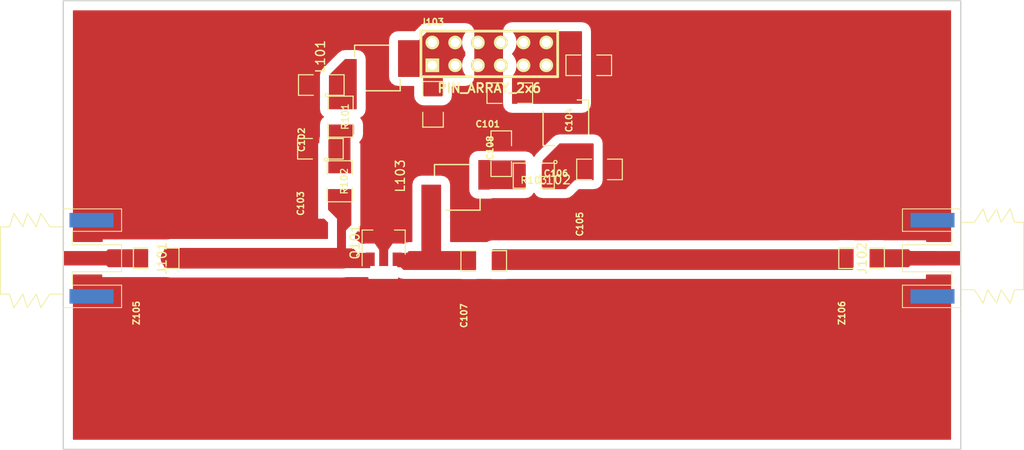
<source format=kicad_pcb>
(kicad_pcb (version 4) (host pcbnew 4.0.7)

  (general
    (links 48)
    (no_connects 39)
    (area 91.949999 69.924999 208.050001 120.075001)
    (thickness 1.6)
    (drawings 4)
    (tracks 1)
    (zones 0)
    (modules 20)
    (nets 13)
  )

  (page A4)
  (layers
    (0 F.Cu signal)
    (31 B.Cu signal)
    (32 B.Adhes user)
    (33 F.Adhes user hide)
    (34 B.Paste user)
    (35 F.Paste user)
    (36 B.SilkS user)
    (37 F.SilkS user)
    (38 B.Mask user)
    (39 F.Mask user hide)
    (40 Dwgs.User user)
    (41 Cmts.User user)
    (42 Eco1.User user)
    (43 Eco2.User user)
    (44 Edge.Cuts user)
    (45 Margin user)
    (46 B.CrtYd user)
    (47 F.CrtYd user)
    (48 B.Fab user)
    (49 F.Fab user)
  )

  (setup
    (last_trace_width 0.25)
    (trace_clearance 0.2)
    (zone_clearance 1)
    (zone_45_only no)
    (trace_min 0.2)
    (segment_width 0.2)
    (edge_width 0.15)
    (via_size 0.6)
    (via_drill 0.4)
    (via_min_size 0.4)
    (via_min_drill 0.3)
    (uvia_size 0.3)
    (uvia_drill 0.1)
    (uvias_allowed no)
    (uvia_min_size 0.2)
    (uvia_min_drill 0.1)
    (pcb_text_width 0.3)
    (pcb_text_size 1.5 1.5)
    (mod_edge_width 0.15)
    (mod_text_size 1 1)
    (mod_text_width 0.15)
    (pad_size 1.524 1.524)
    (pad_drill 0.762)
    (pad_to_mask_clearance 0.2)
    (aux_axis_origin 0 0)
    (visible_elements 7FFFFFFF)
    (pcbplotparams
      (layerselection 0x00000_00000001)
      (usegerberextensions false)
      (excludeedgelayer false)
      (linewidth 0.100000)
      (plotframeref false)
      (viasonmask false)
      (mode 1)
      (useauxorigin false)
      (hpglpennumber 1)
      (hpglpenspeed 20)
      (hpglpendiameter 15)
      (hpglpenoverlay 2)
      (psnegative false)
      (psa4output false)
      (plotreference false)
      (plotvalue false)
      (plotinvisibletext false)
      (padsonsilk false)
      (subtractmaskfromsilk false)
      (outputformat 1)
      (mirror false)
      (drillshape 0)
      (scaleselection 1)
      (outputdirectory gerber/))
  )

  (net 0 "")
  (net 1 GND)
  (net 2 VCC)
  (net 3 /RF_12)
  (net 4 /RF_11)
  (net 5 /RF_8)
  (net 6 /RF_7)
  (net 7 /RF_4)
  (net 8 /RF_3)
  (net 9 /RF_0)
  (net 10 /RF_1)
  (net 11 /RF_5)
  (net 12 Vadj)

  (net_class Default "This is the default net class."
    (clearance 0.2)
    (trace_width 0.25)
    (via_dia 0.6)
    (via_drill 0.4)
    (uvia_dia 0.3)
    (uvia_drill 0.1)
    (add_net GND)
    (add_net VCC)
    (add_net Vadj)
  )

  (net_class RF ""
    (clearance 1)
    (trace_width 2.3)
    (via_dia 0.6)
    (via_drill 0.4)
    (uvia_dia 0.3)
    (uvia_drill 0.1)
    (add_net /RF_0)
    (add_net /RF_1)
    (add_net /RF_11)
    (add_net /RF_12)
    (add_net /RF_3)
    (add_net /RF_4)
    (add_net /RF_5)
    (add_net /RF_7)
    (add_net /RF_8)
  )

  (module Connectors_RF:SMA_AMP_132255-12 locked (layer F.Cu) (tedit 58B49D01) (tstamp 5AE17492)
    (at 100 98.7 90)
    (path /5AE0B196)
    (fp_text reference J101 (at 0 11 90) (layer F.SilkS)
      (effects (font (size 1 1) (thickness 0.15)))
    )
    (fp_text value SMA_PCB (at 0 9 90) (layer F.Fab)
      (effects (font (size 1 1) (thickness 0.15)))
    )
    (fp_line (start 3.5 -1.5) (end 3.5 0) (layer F.SilkS) (width 0.1))
    (fp_line (start 5 -2.5) (end 3.5 -1.5) (layer F.SilkS) (width 0.1))
    (fp_line (start 3.5 -3) (end 5 -2.5) (layer F.SilkS) (width 0.1))
    (fp_line (start 5 -4) (end 3.5 -3) (layer F.SilkS) (width 0.1))
    (fp_line (start 3.5 -4.5) (end 5 -4) (layer F.SilkS) (width 0.1))
    (fp_line (start 5 -5.5) (end 3.5 -4.5) (layer F.SilkS) (width 0.1))
    (fp_line (start 3.5 -6) (end 5 -5.5) (layer F.SilkS) (width 0.1))
    (fp_line (start 3.5 -7) (end 3.5 -6) (layer F.SilkS) (width 0.1))
    (fp_line (start -4 -7) (end 3.5 -7) (layer F.SilkS) (width 0.1))
    (fp_line (start -4 -6) (end -4 -7) (layer F.SilkS) (width 0.1))
    (fp_line (start -5.5 -5.5) (end -4 -6) (layer F.SilkS) (width 0.1))
    (fp_line (start -4 -4.5) (end -5.5 -5.5) (layer F.SilkS) (width 0.1))
    (fp_line (start -5.5 -4) (end -4 -4.5) (layer F.SilkS) (width 0.1))
    (fp_line (start -4 -3) (end -5.5 -4) (layer F.SilkS) (width 0.1))
    (fp_line (start -5.5 -2.5) (end -4 -3) (layer F.SilkS) (width 0.1))
    (fp_line (start -4 -1.5) (end -5.5 -2.5) (layer F.SilkS) (width 0.1))
    (fp_line (start -4 0) (end -4 -1.5) (layer F.SilkS) (width 0.1))
    (fp_line (start -5.5 6.5) (end -5.5 0) (layer F.SilkS) (width 0.1))
    (fp_line (start -3 6.5) (end -5.5 6.5) (layer F.SilkS) (width 0.1))
    (fp_line (start -3 1) (end -3 6.5) (layer F.SilkS) (width 0.1))
    (fp_line (start -1.5 1) (end -3 1) (layer F.SilkS) (width 0.1))
    (fp_line (start -1.5 6.5) (end -1.5 1) (layer F.SilkS) (width 0.1))
    (fp_line (start 1.5 6.5) (end -1.5 6.5) (layer F.SilkS) (width 0.1))
    (fp_line (start 1.5 1) (end 1.5 6.5) (layer F.SilkS) (width 0.1))
    (fp_line (start 3 1) (end 1.5 1) (layer F.SilkS) (width 0.1))
    (fp_line (start 3 6.5) (end 3 1) (layer F.SilkS) (width 0.1))
    (fp_line (start 5.5 6.5) (end 3 6.5) (layer F.SilkS) (width 0.1))
    (fp_line (start 5.5 0) (end 5.5 6.5) (layer F.SilkS) (width 0.1))
    (fp_line (start -5.5 0) (end 5.5 0) (layer F.SilkS) (width 0.1))
    (pad 2 smd rect (at -4.25 3.15 90) (size 1.6 4.9) (layers F.Cu F.Paste F.Mask)
      (net 1 GND))
    (pad 2 smd rect (at 4.25 3.15 90) (size 1.6 4.9) (layers F.Cu F.Paste F.Mask)
      (net 1 GND))
    (pad 1 smd rect (at 0 2.8 90) (size 1.6 5.6) (layers F.Cu F.Paste F.Mask)
      (net 9 /RF_0))
    (pad 2 smd rect (at -4.25 3.15 90) (size 1.6 4.9) (layers B.Cu B.Paste B.Mask)
      (net 1 GND))
    (pad 2 smd rect (at 4.25 3.15 90) (size 1.6 4.9) (layers B.Cu B.Paste B.Mask)
      (net 1 GND))
  )

  (module Connectors_RF:SMA_AMP_132255-12 locked (layer F.Cu) (tedit 58B49D01) (tstamp 5AE174B8)
    (at 200 98.7 270)
    (path /5AE0F5D4)
    (fp_text reference J102 (at 0 11 270) (layer F.SilkS)
      (effects (font (size 1 1) (thickness 0.15)))
    )
    (fp_text value SMA_PCB (at 0 9 270) (layer F.Fab)
      (effects (font (size 1 1) (thickness 0.15)))
    )
    (fp_line (start 3.5 -1.5) (end 3.5 0) (layer F.SilkS) (width 0.1))
    (fp_line (start 5 -2.5) (end 3.5 -1.5) (layer F.SilkS) (width 0.1))
    (fp_line (start 3.5 -3) (end 5 -2.5) (layer F.SilkS) (width 0.1))
    (fp_line (start 5 -4) (end 3.5 -3) (layer F.SilkS) (width 0.1))
    (fp_line (start 3.5 -4.5) (end 5 -4) (layer F.SilkS) (width 0.1))
    (fp_line (start 5 -5.5) (end 3.5 -4.5) (layer F.SilkS) (width 0.1))
    (fp_line (start 3.5 -6) (end 5 -5.5) (layer F.SilkS) (width 0.1))
    (fp_line (start 3.5 -7) (end 3.5 -6) (layer F.SilkS) (width 0.1))
    (fp_line (start -4 -7) (end 3.5 -7) (layer F.SilkS) (width 0.1))
    (fp_line (start -4 -6) (end -4 -7) (layer F.SilkS) (width 0.1))
    (fp_line (start -5.5 -5.5) (end -4 -6) (layer F.SilkS) (width 0.1))
    (fp_line (start -4 -4.5) (end -5.5 -5.5) (layer F.SilkS) (width 0.1))
    (fp_line (start -5.5 -4) (end -4 -4.5) (layer F.SilkS) (width 0.1))
    (fp_line (start -4 -3) (end -5.5 -4) (layer F.SilkS) (width 0.1))
    (fp_line (start -5.5 -2.5) (end -4 -3) (layer F.SilkS) (width 0.1))
    (fp_line (start -4 -1.5) (end -5.5 -2.5) (layer F.SilkS) (width 0.1))
    (fp_line (start -4 0) (end -4 -1.5) (layer F.SilkS) (width 0.1))
    (fp_line (start -5.5 6.5) (end -5.5 0) (layer F.SilkS) (width 0.1))
    (fp_line (start -3 6.5) (end -5.5 6.5) (layer F.SilkS) (width 0.1))
    (fp_line (start -3 1) (end -3 6.5) (layer F.SilkS) (width 0.1))
    (fp_line (start -1.5 1) (end -3 1) (layer F.SilkS) (width 0.1))
    (fp_line (start -1.5 6.5) (end -1.5 1) (layer F.SilkS) (width 0.1))
    (fp_line (start 1.5 6.5) (end -1.5 6.5) (layer F.SilkS) (width 0.1))
    (fp_line (start 1.5 1) (end 1.5 6.5) (layer F.SilkS) (width 0.1))
    (fp_line (start 3 1) (end 1.5 1) (layer F.SilkS) (width 0.1))
    (fp_line (start 3 6.5) (end 3 1) (layer F.SilkS) (width 0.1))
    (fp_line (start 5.5 6.5) (end 3 6.5) (layer F.SilkS) (width 0.1))
    (fp_line (start 5.5 0) (end 5.5 6.5) (layer F.SilkS) (width 0.1))
    (fp_line (start -5.5 0) (end 5.5 0) (layer F.SilkS) (width 0.1))
    (pad 2 smd rect (at -4.25 3.15 270) (size 1.6 4.9) (layers F.Cu F.Paste F.Mask)
      (net 1 GND))
    (pad 2 smd rect (at 4.25 3.15 270) (size 1.6 4.9) (layers F.Cu F.Paste F.Mask)
      (net 1 GND))
    (pad 1 smd rect (at 0 2.8 270) (size 1.6 5.6) (layers F.Cu F.Paste F.Mask)
      (net 11 /RF_5))
    (pad 2 smd rect (at -4.25 3.15 270) (size 1.6 4.9) (layers B.Cu B.Paste B.Mask)
      (net 1 GND))
    (pad 2 smd rect (at 4.25 3.15 270) (size 1.6 4.9) (layers B.Cu B.Paste B.Mask)
      (net 1 GND))
  )

  (module Coilcraft:MINI_SPRING_TYPE_B (layer F.Cu) (tedit 5AE0F10A) (tstamp 5AE174C2)
    (at 143.9 90.8 180)
    (path /5AE0ADDC)
    (fp_text reference L103 (at 6.35 1.27 270) (layer F.SilkS)
      (effects (font (size 1 1) (thickness 0.15)))
    )
    (fp_text value 20nH (at 0 -2.54 180) (layer F.Fab)
      (effects (font (size 1 1) (thickness 0.15)))
    )
    (fp_line (start -2.54 -2.54) (end 1.27 -2.54) (layer F.SilkS) (width 0.15))
    (fp_line (start -2.54 -1.27) (end -2.54 -2.54) (layer F.SilkS) (width 0.15))
    (fp_line (start 2.54 2.54) (end 2.54 1.27) (layer F.SilkS) (width 0.15))
    (fp_line (start -1.27 2.54) (end 2.54 2.54) (layer F.SilkS) (width 0.15))
    (pad 1 smd rect (at -2.98 1.395 180) (size 1.27 3.3) (layers F.Cu F.Paste F.Mask)
      (net 6 /RF_7))
    (pad 2 smd rect (at 2.98 -1.395 180) (size 1.27 3.3) (layers F.Cu F.Paste F.Mask)
      (net 8 /RF_3))
  )

  (module SOT:SOT-89-3 (layer F.Cu) (tedit 591F0203) (tstamp 5AE174DA)
    (at 135.7 97.3335 90)
    (descr SOT-89-3)
    (tags SOT-89-3)
    (path /5AE0ACA2)
    (attr smd)
    (fp_text reference Q101 (at 0.45 -3.2 90) (layer F.SilkS)
      (effects (font (size 1 1) (thickness 0.15)))
    )
    (fp_text value AFT05MS004N (at 0.45 3.25 90) (layer F.Fab)
      (effects (font (size 1 1) (thickness 0.15)))
    )
    (fp_text user %R (at 0.38 0 180) (layer F.Fab)
      (effects (font (size 0.6 0.6) (thickness 0.09)))
    )
    (fp_line (start 1.78 1.2) (end 1.78 2.4) (layer F.SilkS) (width 0.12))
    (fp_line (start 1.78 2.4) (end -0.92 2.4) (layer F.SilkS) (width 0.12))
    (fp_line (start -2.22 -2.4) (end 1.78 -2.4) (layer F.SilkS) (width 0.12))
    (fp_line (start 1.78 -2.4) (end 1.78 -1.2) (layer F.SilkS) (width 0.12))
    (fp_line (start -0.92 -1.51) (end -0.13 -2.3) (layer F.Fab) (width 0.1))
    (fp_line (start 1.68 -2.3) (end 1.68 2.3) (layer F.Fab) (width 0.1))
    (fp_line (start 1.68 2.3) (end -0.92 2.3) (layer F.Fab) (width 0.1))
    (fp_line (start -0.92 2.3) (end -0.92 -1.51) (layer F.Fab) (width 0.1))
    (fp_line (start -0.13 -2.3) (end 1.68 -2.3) (layer F.Fab) (width 0.1))
    (fp_line (start 3.23 -2.55) (end 3.23 2.55) (layer F.CrtYd) (width 0.05))
    (fp_line (start 3.23 -2.55) (end -2.48 -2.55) (layer F.CrtYd) (width 0.05))
    (fp_line (start -2.48 2.55) (end 3.23 2.55) (layer F.CrtYd) (width 0.05))
    (fp_line (start -2.48 2.55) (end -2.48 -2.55) (layer F.CrtYd) (width 0.05))
    (pad 2 smd trapezoid (at 2.667 0) (size 1.6 0.85) (rect_delta 0 0.6 ) (layers F.Cu F.Paste F.Mask)
      (net 1 GND))
    (pad 1 smd rect (at -1.48 -1.5) (size 1 1.5) (layers F.Cu F.Paste F.Mask)
      (net 10 /RF_1))
    (pad 2 smd rect (at -1.3335 0) (size 1 1.8) (layers F.Cu F.Paste F.Mask)
      (net 1 GND))
    (pad 3 smd rect (at -1.48 1.5) (size 1 1.5) (layers F.Cu F.Paste F.Mask)
      (net 8 /RF_3))
    (pad 2 smd rect (at 1.3335 0) (size 2.2 1.84) (layers F.Cu F.Paste F.Mask)
      (net 1 GND))
    (pad 2 smd trapezoid (at -0.0762 0 180) (size 1.5 1) (rect_delta 0 0.7 ) (layers F.Cu F.Paste F.Mask)
      (net 1 GND))
    (model ${KISYS3DMOD}/TO_SOT_Packages_SMD.3dshapes/SOT-89-3.wrl
      (at (xyz 0 0 0))
      (scale (xyz 1 1 1))
      (rotate (xyz 0 0 0))
    )
  )

  (module General_SMD:SM1206 (layer F.Cu) (tedit 54CD7B0D) (tstamp 5AE17C94)
    (at 141.2 81.549 270)
    (path /5AE0B4B7)
    (attr smd)
    (fp_text reference C101 (at 2.2 -6.1 360) (layer F.SilkS)
      (effects (font (size 0.7 0.7) (thickness 0.152)))
    )
    (fp_text value 1uF (at 0 0 270) (layer F.SilkS) hide
      (effects (font (size 0.762 0.762) (thickness 0.127)))
    )
    (fp_line (start -2.54 -1.143) (end -2.54 1.143) (layer F.SilkS) (width 0.127))
    (fp_line (start -2.54 1.143) (end -0.889 1.143) (layer F.SilkS) (width 0.127))
    (fp_line (start 0.889 -1.143) (end 2.54 -1.143) (layer F.SilkS) (width 0.127))
    (fp_line (start 2.54 -1.143) (end 2.54 1.143) (layer F.SilkS) (width 0.127))
    (fp_line (start 2.54 1.143) (end 0.889 1.143) (layer F.SilkS) (width 0.127))
    (fp_line (start -0.889 -1.143) (end -2.54 -1.143) (layer F.SilkS) (width 0.127))
    (pad 1 smd rect (at -1.651 0 270) (size 1.524 2.032) (layers F.Cu F.Paste F.Mask)
      (net 12 Vadj))
    (pad 2 smd rect (at 1.651 0 270) (size 1.524 2.032) (layers F.Cu F.Paste F.Mask)
      (net 1 GND))
    (model smd/chip_cms.wrl
      (at (xyz 0 0 0))
      (scale (xyz 0.17 0.16 0.16))
      (rotate (xyz 0 0 0))
    )
  )

  (module General_SMD:SM1206 (layer F.Cu) (tedit 54CD7B0D) (tstamp 5AE17CA0)
    (at 128.749 79.4 180)
    (path /5AE0BE88)
    (attr smd)
    (fp_text reference C102 (at 2.2 -6.1 270) (layer F.SilkS)
      (effects (font (size 0.7 0.7) (thickness 0.152)))
    )
    (fp_text value 100pF (at 0 0 180) (layer F.SilkS) hide
      (effects (font (size 0.762 0.762) (thickness 0.127)))
    )
    (fp_line (start -2.54 -1.143) (end -2.54 1.143) (layer F.SilkS) (width 0.127))
    (fp_line (start -2.54 1.143) (end -0.889 1.143) (layer F.SilkS) (width 0.127))
    (fp_line (start 0.889 -1.143) (end 2.54 -1.143) (layer F.SilkS) (width 0.127))
    (fp_line (start 2.54 -1.143) (end 2.54 1.143) (layer F.SilkS) (width 0.127))
    (fp_line (start 2.54 1.143) (end 0.889 1.143) (layer F.SilkS) (width 0.127))
    (fp_line (start -0.889 -1.143) (end -2.54 -1.143) (layer F.SilkS) (width 0.127))
    (pad 1 smd rect (at -1.651 0 180) (size 1.524 2.032) (layers F.Cu F.Paste F.Mask)
      (net 3 /RF_12))
    (pad 2 smd rect (at 1.651 0 180) (size 1.524 2.032) (layers F.Cu F.Paste F.Mask)
      (net 1 GND))
    (model smd/chip_cms.wrl
      (at (xyz 0 0 0))
      (scale (xyz 0.17 0.16 0.16))
      (rotate (xyz 0 0 0))
    )
  )

  (module General_SMD:SM1206 (layer F.Cu) (tedit 54CD7B0D) (tstamp 5AE17CAC)
    (at 128.649 86.5 180)
    (path /5AE0B971)
    (attr smd)
    (fp_text reference C103 (at 2.2 -6.1 270) (layer F.SilkS)
      (effects (font (size 0.7 0.7) (thickness 0.152)))
    )
    (fp_text value NC (at 0 0 180) (layer F.SilkS) hide
      (effects (font (size 0.762 0.762) (thickness 0.127)))
    )
    (fp_line (start -2.54 -1.143) (end -2.54 1.143) (layer F.SilkS) (width 0.127))
    (fp_line (start -2.54 1.143) (end -0.889 1.143) (layer F.SilkS) (width 0.127))
    (fp_line (start 0.889 -1.143) (end 2.54 -1.143) (layer F.SilkS) (width 0.127))
    (fp_line (start 2.54 -1.143) (end 2.54 1.143) (layer F.SilkS) (width 0.127))
    (fp_line (start 2.54 1.143) (end 0.889 1.143) (layer F.SilkS) (width 0.127))
    (fp_line (start -0.889 -1.143) (end -2.54 -1.143) (layer F.SilkS) (width 0.127))
    (pad 1 smd rect (at -1.651 0 180) (size 1.524 2.032) (layers F.Cu F.Paste F.Mask)
      (net 4 /RF_11))
    (pad 2 smd rect (at 1.651 0 180) (size 1.524 2.032) (layers F.Cu F.Paste F.Mask)
      (net 1 GND))
    (model smd/chip_cms.wrl
      (at (xyz 0 0 0))
      (scale (xyz 0.17 0.16 0.16))
      (rotate (xyz 0 0 0))
    )
  )

  (module General_SMD:SM1206 (layer F.Cu) (tedit 54CD7B0D) (tstamp 5AE17CB8)
    (at 158.551 77.2 180)
    (path /5AE0BB63)
    (attr smd)
    (fp_text reference C104 (at 2.2 -6.1 270) (layer F.SilkS)
      (effects (font (size 0.7 0.7) (thickness 0.152)))
    )
    (fp_text value 10uF (at 0 0 180) (layer F.SilkS) hide
      (effects (font (size 0.762 0.762) (thickness 0.127)))
    )
    (fp_line (start -2.54 -1.143) (end -2.54 1.143) (layer F.SilkS) (width 0.127))
    (fp_line (start -2.54 1.143) (end -0.889 1.143) (layer F.SilkS) (width 0.127))
    (fp_line (start 0.889 -1.143) (end 2.54 -1.143) (layer F.SilkS) (width 0.127))
    (fp_line (start 2.54 -1.143) (end 2.54 1.143) (layer F.SilkS) (width 0.127))
    (fp_line (start 2.54 1.143) (end 0.889 1.143) (layer F.SilkS) (width 0.127))
    (fp_line (start -0.889 -1.143) (end -2.54 -1.143) (layer F.SilkS) (width 0.127))
    (pad 1 smd rect (at -1.651 0 180) (size 1.524 2.032) (layers F.Cu F.Paste F.Mask)
      (net 1 GND))
    (pad 2 smd rect (at 1.651 0 180) (size 1.524 2.032) (layers F.Cu F.Paste F.Mask)
      (net 2 VCC))
    (model smd/chip_cms.wrl
      (at (xyz 0 0 0))
      (scale (xyz 0.17 0.16 0.16))
      (rotate (xyz 0 0 0))
    )
  )

  (module General_SMD:SM1206 (layer F.Cu) (tedit 54CD7B0D) (tstamp 5AE17CC4)
    (at 159.749 88.8 180)
    (path /5AE0BB01)
    (attr smd)
    (fp_text reference C105 (at 2.2 -6.1 270) (layer F.SilkS)
      (effects (font (size 0.7 0.7) (thickness 0.152)))
    )
    (fp_text value CAP (at 0 0 180) (layer F.SilkS) hide
      (effects (font (size 0.762 0.762) (thickness 0.127)))
    )
    (fp_line (start -2.54 -1.143) (end -2.54 1.143) (layer F.SilkS) (width 0.127))
    (fp_line (start -2.54 1.143) (end -0.889 1.143) (layer F.SilkS) (width 0.127))
    (fp_line (start 0.889 -1.143) (end 2.54 -1.143) (layer F.SilkS) (width 0.127))
    (fp_line (start 2.54 -1.143) (end 2.54 1.143) (layer F.SilkS) (width 0.127))
    (fp_line (start 2.54 1.143) (end 0.889 1.143) (layer F.SilkS) (width 0.127))
    (fp_line (start -0.889 -1.143) (end -2.54 -1.143) (layer F.SilkS) (width 0.127))
    (pad 1 smd rect (at -1.651 0 180) (size 1.524 2.032) (layers F.Cu F.Paste F.Mask)
      (net 1 GND))
    (pad 2 smd rect (at 1.651 0 180) (size 1.524 2.032) (layers F.Cu F.Paste F.Mask)
      (net 5 /RF_8))
    (model smd/chip_cms.wrl
      (at (xyz 0 0 0))
      (scale (xyz 0.17 0.16 0.16))
      (rotate (xyz 0 0 0))
    )
  )

  (module General_SMD:SM1206 (layer F.Cu) (tedit 54CD7B0D) (tstamp 5AE17CD0)
    (at 148.8 87.049 270)
    (path /5AE0BA70)
    (attr smd)
    (fp_text reference C106 (at 2.2 -6.1 360) (layer F.SilkS)
      (effects (font (size 0.7 0.7) (thickness 0.152)))
    )
    (fp_text value 100pF (at 0 0 270) (layer F.SilkS) hide
      (effects (font (size 0.762 0.762) (thickness 0.127)))
    )
    (fp_line (start -2.54 -1.143) (end -2.54 1.143) (layer F.SilkS) (width 0.127))
    (fp_line (start -2.54 1.143) (end -0.889 1.143) (layer F.SilkS) (width 0.127))
    (fp_line (start 0.889 -1.143) (end 2.54 -1.143) (layer F.SilkS) (width 0.127))
    (fp_line (start 2.54 -1.143) (end 2.54 1.143) (layer F.SilkS) (width 0.127))
    (fp_line (start 2.54 1.143) (end 0.889 1.143) (layer F.SilkS) (width 0.127))
    (fp_line (start -0.889 -1.143) (end -2.54 -1.143) (layer F.SilkS) (width 0.127))
    (pad 1 smd rect (at -1.651 0 270) (size 1.524 2.032) (layers F.Cu F.Paste F.Mask)
      (net 1 GND))
    (pad 2 smd rect (at 1.651 0 270) (size 1.524 2.032) (layers F.Cu F.Paste F.Mask)
      (net 6 /RF_7))
    (model smd/chip_cms.wrl
      (at (xyz 0 0 0))
      (scale (xyz 0.17 0.16 0.16))
      (rotate (xyz 0 0 0))
    )
  )

  (module General_SMD:SM1206 (layer F.Cu) (tedit 54CD7B0D) (tstamp 5AE17CDC)
    (at 146.849 99 180)
    (path /5AE0C99E)
    (attr smd)
    (fp_text reference C107 (at 2.2 -6.1 270) (layer F.SilkS)
      (effects (font (size 0.7 0.7) (thickness 0.152)))
    )
    (fp_text value 0 (at 0 0 180) (layer F.SilkS) hide
      (effects (font (size 0.762 0.762) (thickness 0.127)))
    )
    (fp_line (start -2.54 -1.143) (end -2.54 1.143) (layer F.SilkS) (width 0.127))
    (fp_line (start -2.54 1.143) (end -0.889 1.143) (layer F.SilkS) (width 0.127))
    (fp_line (start 0.889 -1.143) (end 2.54 -1.143) (layer F.SilkS) (width 0.127))
    (fp_line (start 2.54 -1.143) (end 2.54 1.143) (layer F.SilkS) (width 0.127))
    (fp_line (start 2.54 1.143) (end 0.889 1.143) (layer F.SilkS) (width 0.127))
    (fp_line (start -0.889 -1.143) (end -2.54 -1.143) (layer F.SilkS) (width 0.127))
    (pad 1 smd rect (at -1.651 0 180) (size 1.524 2.032) (layers F.Cu F.Paste F.Mask)
      (net 7 /RF_4))
    (pad 2 smd rect (at 1.651 0 180) (size 1.524 2.032) (layers F.Cu F.Paste F.Mask)
      (net 8 /RF_3))
    (model smd/chip_cms.wrl
      (at (xyz 0 0 0))
      (scale (xyz 0.17 0.16 0.16))
      (rotate (xyz 0 0 0))
    )
  )

  (module SM1206 (layer F.Cu) (tedit 54CD7B0D) (tstamp 5AE20C59)
    (at 149.751 80.3 180)
    (path /5AE212C0)
    (attr smd)
    (fp_text reference C108 (at 2.2 -6.1 270) (layer F.SilkS)
      (effects (font (size 0.7 0.7) (thickness 0.152)))
    )
    (fp_text value 10uF (at 0 0 180) (layer F.SilkS) hide
      (effects (font (size 0.762 0.762) (thickness 0.127)))
    )
    (fp_line (start -2.54 -1.143) (end -2.54 1.143) (layer F.SilkS) (width 0.127))
    (fp_line (start -2.54 1.143) (end -0.889 1.143) (layer F.SilkS) (width 0.127))
    (fp_line (start 0.889 -1.143) (end 2.54 -1.143) (layer F.SilkS) (width 0.127))
    (fp_line (start 2.54 -1.143) (end 2.54 1.143) (layer F.SilkS) (width 0.127))
    (fp_line (start 2.54 1.143) (end 0.889 1.143) (layer F.SilkS) (width 0.127))
    (fp_line (start -0.889 -1.143) (end -2.54 -1.143) (layer F.SilkS) (width 0.127))
    (pad 1 smd rect (at -1.651 0 180) (size 1.524 2.032) (layers F.Cu F.Paste F.Mask)
      (net 2 VCC))
    (pad 2 smd rect (at 1.651 0 180) (size 1.524 2.032) (layers F.Cu F.Paste F.Mask)
      (net 1 GND))
    (model smd/chip_cms.wrl
      (at (xyz 0 0 0))
      (scale (xyz 0.17 0.16 0.16))
      (rotate (xyz 0 0 0))
    )
  )

  (module Coilcraft:MINI_SPRING_TYPE_B (layer F.Cu) (tedit 5AE0F10A) (tstamp 5AE214CC)
    (at 135 77.5 180)
    (path /5AE0B32B)
    (fp_text reference L101 (at 6.35 1.27 270) (layer F.SilkS)
      (effects (font (size 1 1) (thickness 0.15)))
    )
    (fp_text value FB (at 0 -2.54 180) (layer F.Fab)
      (effects (font (size 1 1) (thickness 0.15)))
    )
    (fp_line (start -2.54 -2.54) (end 1.27 -2.54) (layer F.SilkS) (width 0.15))
    (fp_line (start -2.54 -1.27) (end -2.54 -2.54) (layer F.SilkS) (width 0.15))
    (fp_line (start 2.54 2.54) (end 2.54 1.27) (layer F.SilkS) (width 0.15))
    (fp_line (start -1.27 2.54) (end 2.54 2.54) (layer F.SilkS) (width 0.15))
    (pad 1 smd rect (at -2.98 1.395 180) (size 1.27 3.3) (layers F.Cu F.Paste F.Mask)
      (net 12 Vadj))
    (pad 2 smd rect (at 2.98 -1.395 180) (size 1.27 3.3) (layers F.Cu F.Paste F.Mask)
      (net 3 /RF_12))
  )

  (module Coilcraft:MINI_SPRING_TYPE_B (layer F.Cu) (tedit 5AE0F10A) (tstamp 5AE214D6)
    (at 156 83.6 270)
    (path /5AE0B818)
    (fp_text reference L102 (at 6.35 1.27 360) (layer F.SilkS)
      (effects (font (size 1 1) (thickness 0.15)))
    )
    (fp_text value FB (at 0 -2.54 270) (layer F.Fab)
      (effects (font (size 1 1) (thickness 0.15)))
    )
    (fp_line (start -2.54 -2.54) (end 1.27 -2.54) (layer F.SilkS) (width 0.15))
    (fp_line (start -2.54 -1.27) (end -2.54 -2.54) (layer F.SilkS) (width 0.15))
    (fp_line (start 2.54 2.54) (end 2.54 1.27) (layer F.SilkS) (width 0.15))
    (fp_line (start -1.27 2.54) (end 2.54 2.54) (layer F.SilkS) (width 0.15))
    (pad 1 smd rect (at -2.98 1.395 270) (size 1.27 3.3) (layers F.Cu F.Paste F.Mask)
      (net 2 VCC))
    (pad 2 smd rect (at 2.98 -1.395 270) (size 1.27 3.3) (layers F.Cu F.Paste F.Mask)
      (net 5 /RF_8))
  )

  (module General_SMD:SM1210 (layer F.Cu) (tedit 54EC8E56) (tstamp 5AE214E3)
    (at 130.9 82.924 270)
    (tags "CMS SM")
    (path /5AE0B00B)
    (attr smd)
    (fp_text reference R101 (at 0 -0.508 270) (layer F.SilkS)
      (effects (font (size 0.762 0.762) (thickness 0.127)))
    )
    (fp_text value 33 (at 0 0.508 270) (layer F.SilkS) hide
      (effects (font (size 0.762 0.762) (thickness 0.127)))
    )
    (fp_circle (center -2.413 1.524) (end -2.286 1.397) (layer F.SilkS) (width 0.127))
    (fp_line (start -0.762 -1.397) (end -2.286 -1.397) (layer F.SilkS) (width 0.127))
    (fp_line (start -2.286 -1.397) (end -2.286 1.397) (layer F.SilkS) (width 0.127))
    (fp_line (start -2.286 1.397) (end -0.762 1.397) (layer F.SilkS) (width 0.127))
    (fp_line (start 0.762 1.397) (end 2.286 1.397) (layer F.SilkS) (width 0.127))
    (fp_line (start 2.286 1.397) (end 2.286 -1.397) (layer F.SilkS) (width 0.127))
    (fp_line (start 2.286 -1.397) (end 0.762 -1.397) (layer F.SilkS) (width 0.127))
    (pad 1 smd rect (at -1.524 0 270) (size 1.27 2.54) (layers F.Cu F.Paste F.Mask)
      (net 3 /RF_12))
    (pad 2 smd rect (at 1.524 0 270) (size 1.27 2.54) (layers F.Cu F.Paste F.Mask)
      (net 4 /RF_11))
    (model smd/chip_cms.wrl
      (at (xyz 0 0 0))
      (scale (xyz 0.17 0.2 0.17))
      (rotate (xyz 0 0 0))
    )
  )

  (module General_SMD:SM1210 (layer F.Cu) (tedit 54EC8E56) (tstamp 5AE214F0)
    (at 130.8 90.124 270)
    (tags "CMS SM")
    (path /5AE0F0AA)
    (attr smd)
    (fp_text reference R102 (at 0 -0.508 270) (layer F.SilkS)
      (effects (font (size 0.762 0.762) (thickness 0.127)))
    )
    (fp_text value 33 (at 0 0.508 270) (layer F.SilkS) hide
      (effects (font (size 0.762 0.762) (thickness 0.127)))
    )
    (fp_circle (center -2.413 1.524) (end -2.286 1.397) (layer F.SilkS) (width 0.127))
    (fp_line (start -0.762 -1.397) (end -2.286 -1.397) (layer F.SilkS) (width 0.127))
    (fp_line (start -2.286 -1.397) (end -2.286 1.397) (layer F.SilkS) (width 0.127))
    (fp_line (start -2.286 1.397) (end -0.762 1.397) (layer F.SilkS) (width 0.127))
    (fp_line (start 0.762 1.397) (end 2.286 1.397) (layer F.SilkS) (width 0.127))
    (fp_line (start 2.286 1.397) (end 2.286 -1.397) (layer F.SilkS) (width 0.127))
    (fp_line (start 2.286 -1.397) (end 0.762 -1.397) (layer F.SilkS) (width 0.127))
    (pad 1 smd rect (at -1.524 0 270) (size 1.27 2.54) (layers F.Cu F.Paste F.Mask)
      (net 4 /RF_11))
    (pad 2 smd rect (at 1.524 0 270) (size 1.27 2.54) (layers F.Cu F.Paste F.Mask)
      (net 10 /RF_1))
    (model smd/chip_cms.wrl
      (at (xyz 0 0 0))
      (scale (xyz 0.17 0.2 0.17))
      (rotate (xyz 0 0 0))
    )
  )

  (module General_SMD:SM1210 (layer F.Cu) (tedit 54EC8E56) (tstamp 5AE214FD)
    (at 152.424 89.5 180)
    (tags "CMS SM")
    (path /5AE0B74C)
    (attr smd)
    (fp_text reference R103 (at 0 -0.508 180) (layer F.SilkS)
      (effects (font (size 0.762 0.762) (thickness 0.127)))
    )
    (fp_text value 0 (at 0 0.508 180) (layer F.SilkS) hide
      (effects (font (size 0.762 0.762) (thickness 0.127)))
    )
    (fp_circle (center -2.413 1.524) (end -2.286 1.397) (layer F.SilkS) (width 0.127))
    (fp_line (start -0.762 -1.397) (end -2.286 -1.397) (layer F.SilkS) (width 0.127))
    (fp_line (start -2.286 -1.397) (end -2.286 1.397) (layer F.SilkS) (width 0.127))
    (fp_line (start -2.286 1.397) (end -0.762 1.397) (layer F.SilkS) (width 0.127))
    (fp_line (start 0.762 1.397) (end 2.286 1.397) (layer F.SilkS) (width 0.127))
    (fp_line (start 2.286 1.397) (end 2.286 -1.397) (layer F.SilkS) (width 0.127))
    (fp_line (start 2.286 -1.397) (end 0.762 -1.397) (layer F.SilkS) (width 0.127))
    (pad 1 smd rect (at -1.524 0 180) (size 1.27 2.54) (layers F.Cu F.Paste F.Mask)
      (net 5 /RF_8))
    (pad 2 smd rect (at 1.524 0 180) (size 1.27 2.54) (layers F.Cu F.Paste F.Mask)
      (net 6 /RF_7))
    (model smd/chip_cms.wrl
      (at (xyz 0 0 0))
      (scale (xyz 0.17 0.2 0.17))
      (rotate (xyz 0 0 0))
    )
  )

  (module General_SMD:SM1206 (layer F.Cu) (tedit 54CD7B0D) (tstamp 5AE2163A)
    (at 110.351 98.7 180)
    (path /5AE2180D)
    (attr smd)
    (fp_text reference Z105 (at 2.2 -6.1 270) (layer F.SilkS)
      (effects (font (size 0.7 0.7) (thickness 0.152)))
    )
    (fp_text value NC (at 0 0 180) (layer F.SilkS) hide
      (effects (font (size 0.762 0.762) (thickness 0.127)))
    )
    (fp_line (start -2.54 -1.143) (end -2.54 1.143) (layer F.SilkS) (width 0.127))
    (fp_line (start -2.54 1.143) (end -0.889 1.143) (layer F.SilkS) (width 0.127))
    (fp_line (start 0.889 -1.143) (end 2.54 -1.143) (layer F.SilkS) (width 0.127))
    (fp_line (start 2.54 -1.143) (end 2.54 1.143) (layer F.SilkS) (width 0.127))
    (fp_line (start 2.54 1.143) (end 0.889 1.143) (layer F.SilkS) (width 0.127))
    (fp_line (start -0.889 -1.143) (end -2.54 -1.143) (layer F.SilkS) (width 0.127))
    (pad 1 smd rect (at -1.651 0 180) (size 1.524 2.032) (layers F.Cu F.Paste F.Mask)
      (net 10 /RF_1))
    (pad 2 smd rect (at 1.651 0 180) (size 1.524 2.032) (layers F.Cu F.Paste F.Mask)
      (net 9 /RF_0))
    (model smd/chip_cms.wrl
      (at (xyz 0 0 0))
      (scale (xyz 0.17 0.16 0.16))
      (rotate (xyz 0 0 0))
    )
  )

  (module General_SMD:SM1206 (layer F.Cu) (tedit 54CD7B0D) (tstamp 5AE21646)
    (at 188.951 98.7 180)
    (path /5AE22047)
    (attr smd)
    (fp_text reference Z106 (at 2.2 -6.1 270) (layer F.SilkS)
      (effects (font (size 0.7 0.7) (thickness 0.152)))
    )
    (fp_text value NC (at 0 0 180) (layer F.SilkS) hide
      (effects (font (size 0.762 0.762) (thickness 0.127)))
    )
    (fp_line (start -2.54 -1.143) (end -2.54 1.143) (layer F.SilkS) (width 0.127))
    (fp_line (start -2.54 1.143) (end -0.889 1.143) (layer F.SilkS) (width 0.127))
    (fp_line (start 0.889 -1.143) (end 2.54 -1.143) (layer F.SilkS) (width 0.127))
    (fp_line (start 2.54 -1.143) (end 2.54 1.143) (layer F.SilkS) (width 0.127))
    (fp_line (start 2.54 1.143) (end 0.889 1.143) (layer F.SilkS) (width 0.127))
    (fp_line (start -0.889 -1.143) (end -2.54 -1.143) (layer F.SilkS) (width 0.127))
    (pad 1 smd rect (at -1.651 0 180) (size 1.524 2.032) (layers F.Cu F.Paste F.Mask)
      (net 11 /RF_5))
    (pad 2 smd rect (at 1.651 0 180) (size 1.524 2.032) (layers F.Cu F.Paste F.Mask)
      (net 7 /RF_4))
    (model smd/chip_cms.wrl
      (at (xyz 0 0 0))
      (scale (xyz 0.17 0.16 0.16))
      (rotate (xyz 0 0 0))
    )
  )

  (module Connectors_254mm:pin_array_6x2 (layer F.Cu) (tedit 54CD8416) (tstamp 5AE218A3)
    (at 147.47 75.93)
    (descr "Double rangee de contacts 2 x 6 pins")
    (tags CONN)
    (path /5AE20AAB)
    (fp_text reference J103 (at -6.34 -3.56) (layer F.SilkS)
      (effects (font (size 0.7 0.7) (thickness 0.152)))
    )
    (fp_text value PIN_ARRAY_2x6 (at 0 3.81) (layer F.SilkS)
      (effects (font (size 1.016 1.016) (thickness 0.2032)))
    )
    (fp_line (start -7.62 -2.54) (end 7.62 -2.54) (layer F.SilkS) (width 0.3048))
    (fp_line (start 7.62 -2.54) (end 7.62 2.54) (layer F.SilkS) (width 0.3048))
    (fp_line (start 7.62 2.54) (end -7.62 2.54) (layer F.SilkS) (width 0.3048))
    (fp_line (start -7.62 2.54) (end -7.62 -2.54) (layer F.SilkS) (width 0.3048))
    (pad 1 thru_hole rect (at -6.35 1.27) (size 1.524 1.524) (drill 1.016) (layers *.Cu *.Mask F.SilkS)
      (net 12 Vadj))
    (pad 2 thru_hole circle (at -6.35 -1.27) (size 1.524 1.524) (drill 1.016) (layers *.Cu *.Mask F.SilkS)
      (net 12 Vadj))
    (pad 3 thru_hole circle (at -3.81 1.27) (size 1.524 1.524) (drill 1.016) (layers *.Cu *.Mask F.SilkS)
      (net 12 Vadj))
    (pad 4 thru_hole circle (at -3.81 -1.27) (size 1.524 1.524) (drill 1.016) (layers *.Cu *.Mask F.SilkS)
      (net 12 Vadj))
    (pad 5 thru_hole circle (at -1.27 1.27) (size 1.524 1.524) (drill 1.016) (layers *.Cu *.Mask F.SilkS)
      (net 1 GND))
    (pad 6 thru_hole circle (at -1.27 -1.27) (size 1.524 1.524) (drill 1.016) (layers *.Cu *.Mask F.SilkS)
      (net 1 GND))
    (pad 7 thru_hole circle (at 1.27 1.27) (size 1.524 1.524) (drill 1.016) (layers *.Cu *.Mask F.SilkS)
      (net 1 GND))
    (pad 8 thru_hole circle (at 1.27 -1.27) (size 1.524 1.524) (drill 1.016) (layers *.Cu *.Mask F.SilkS)
      (net 1 GND))
    (pad 9 thru_hole circle (at 3.81 1.27) (size 1.524 1.524) (drill 1.016) (layers *.Cu *.Mask F.SilkS)
      (net 2 VCC))
    (pad 10 thru_hole circle (at 3.81 -1.27) (size 1.524 1.524) (drill 1.016) (layers *.Cu *.Mask F.SilkS)
      (net 2 VCC))
    (pad 11 thru_hole circle (at 6.35 1.27) (size 1.524 1.524) (drill 1.016) (layers *.Cu *.Mask F.SilkS)
      (net 2 VCC))
    (pad 12 thru_hole circle (at 6.35 -1.27) (size 1.524 1.524) (drill 1.016) (layers *.Cu *.Mask F.SilkS)
      (net 2 VCC))
    (model pin_array/pins_array_6x2.wrl
      (at (xyz 0 0 0))
      (scale (xyz 1 1 1))
      (rotate (xyz 0 0 0))
    )
  )

  (gr_line (start 100 120) (end 100 70) (layer Edge.Cuts) (width 0.15))
  (gr_line (start 200 120) (end 100 120) (layer Edge.Cuts) (width 0.15))
  (gr_line (start 200 70) (end 200 120) (layer Edge.Cuts) (width 0.15))
  (gr_line (start 100 70) (end 200 70) (layer Edge.Cuts) (width 0.15))

  (segment (start 112.002 98.7) (end 131.1 98.7) (width 2.3) (layer F.Cu) (net 10))

  (zone (net 10) (net_name /RF_1) (layer F.Cu) (tstamp 0) (hatch edge 0.508)
    (priority 1)
    (connect_pads yes (clearance 1))
    (min_thickness 0.15)
    (fill yes (arc_segments 32) (thermal_gap 0.508) (thermal_bridge_width 0.508))
    (polygon
      (pts
        (xy 134.7 98.1) (xy 132.8 98.1) (xy 132.3 97.6) (xy 129.4 97.6) (xy 129.4 99.8)
        (xy 134.2 99.8) (xy 134.4 99.6) (xy 134.7 99.6)
      )
    )
    (filled_polygon
      (pts
        (xy 132.746967 98.153033) (xy 132.763841 98.165708) (xy 132.783579 98.17318) (xy 132.8 98.175) (xy 134.119799 98.175)
        (xy 134.119799 99.567) (xy 134.132398 99.725) (xy 129.475 99.725) (xy 129.475 97.675) (xy 132.268934 97.675)
      )
    )
  )
  (zone (net 10) (net_name /RF_1) (layer F.Cu) (tstamp 0) (hatch edge 0.508)
    (priority 1)
    (connect_pads yes (clearance 1))
    (min_thickness 0.15)
    (fill yes (arc_segments 32) (thermal_gap 0.508) (thermal_bridge_width 0.508))
    (polygon
      (pts
        (xy 129.5 91) (xy 132.1 91) (xy 132.1 95) (xy 131.9 95.2) (xy 131.5 95.6)
        (xy 131.5 98) (xy 130.5 98) (xy 130.5 95.4) (xy 130.5 94.3) (xy 129.5 93.3)
      )
    )
    (filled_polygon
      (pts
        (xy 132.025 94.968934) (xy 131.446967 95.546967) (xy 131.434292 95.563841) (xy 131.42682 95.583579) (xy 131.425 95.6)
        (xy 131.425 97.925) (xy 130.575 97.925) (xy 130.575 94.3) (xy 130.572031 94.279105) (xy 130.563358 94.259865)
        (xy 130.553033 94.246967) (xy 129.575 93.268934) (xy 129.575 91.075) (xy 132.025 91.075)
      )
    )
  )
  (zone (net 4) (net_name /RF_11) (layer F.Cu) (tstamp 0) (hatch edge 0.508)
    (priority 1)
    (connect_pads yes (clearance 1))
    (min_thickness 0.15)
    (fill yes (arc_segments 32) (thermal_gap 0.508) (thermal_bridge_width 0.508))
    (polygon
      (pts
        (xy 129.6 83.8) (xy 129.6 89.2) (xy 132 89.2) (xy 132 85.3) (xy 132.4 84.9)
        (xy 132.4 83.8)
      )
    )
    (filled_polygon
      (pts
        (xy 132.325 84.868934) (xy 131.946967 85.246967) (xy 131.934292 85.263841) (xy 131.92682 85.283579) (xy 131.925 85.3)
        (xy 131.925 89.125) (xy 129.675 89.125) (xy 129.675 83.875) (xy 132.325 83.875)
      )
    )
  )
  (zone (net 3) (net_name /RF_12) (layer F.Cu) (tstamp 0) (hatch edge 0.508)
    (priority 1)
    (connect_pads yes (clearance 1))
    (min_thickness 0.15)
    (fill yes (arc_segments 32) (thermal_gap 0.508) (thermal_bridge_width 0.508))
    (polygon
      (pts
        (xy 132.1 82.1) (xy 129.6 82.1) (xy 129.6 78.3) (xy 131.4 76.5) (xy 132.7 76.5)
        (xy 132.7 82.1)
      )
    )
    (filled_polygon
      (pts
        (xy 132.625 82.025) (xy 129.675 82.025) (xy 129.675 78.331066) (xy 131.431066 76.575) (xy 132.625 76.575)
      )
    )
  )
  (zone (net 12) (net_name Vadj) (layer F.Cu) (tstamp 0) (hatch edge 0.508)
    (priority 1)
    (connect_pads yes (clearance 1))
    (min_thickness 0.15)
    (fill yes (arc_segments 32) (thermal_gap 0.508) (thermal_bridge_width 0.508))
    (polygon
      (pts
        (xy 137.3 74.4) (xy 139.6 74.4) (xy 140.5 73.5) (xy 144.8 73.5) (xy 144.8 78.5)
        (xy 137.3 78.5)
      )
    )
    (filled_polygon
      (pts
        (xy 144.582436 73.770737) (xy 144.440517 74.101859) (xy 144.365616 74.454241) (xy 144.360586 74.81446) (xy 144.425619 75.168796)
        (xy 144.558237 75.503752) (xy 144.725 75.762517) (xy 144.725 76.102528) (xy 144.582436 76.310737) (xy 144.440517 76.641859)
        (xy 144.365616 76.994241) (xy 144.360586 77.35446) (xy 144.425619 77.708796) (xy 144.558237 78.043752) (xy 144.725 78.302517)
        (xy 144.725 78.425) (xy 137.375 78.425) (xy 137.375 74.475) (xy 139.6 74.475) (xy 139.620895 74.472031)
        (xy 139.640135 74.463358) (xy 139.653033 74.453033) (xy 140.531066 73.575) (xy 144.71646 73.575)
      )
    )
  )
  (zone (net 8) (net_name /RF_3) (layer F.Cu) (tstamp 0) (hatch edge 0.508)
    (priority 1)
    (connect_pads yes (clearance 1))
    (min_thickness 0.15)
    (fill yes (arc_segments 32) (thermal_gap 0.508) (thermal_bridge_width 0.508))
    (polygon
      (pts
        (xy 136.7 98.1) (xy 138.3 98.1) (xy 138.5 97.9) (xy 146 97.9) (xy 146 100)
        (xy 137.9 100) (xy 137.6 99.7) (xy 136.7 99.7)
      )
    )
    (filled_polygon
      (pts
        (xy 145.925 99.925) (xy 137.931066 99.925) (xy 137.653033 99.646967) (xy 137.636159 99.634292) (xy 137.616421 99.62682)
        (xy 137.6 99.625) (xy 137.271959 99.625) (xy 137.280201 99.567) (xy 137.280201 98.175) (xy 138.3 98.175)
        (xy 138.320895 98.172031) (xy 138.340135 98.163358) (xy 138.353033 98.153033) (xy 138.531066 97.975) (xy 145.925 97.975)
      )
    )
  )
  (zone (net 9) (net_name /RF_0) (layer F.Cu) (tstamp 0) (hatch edge 0.508)
    (priority 1)
    (connect_pads yes (clearance 1))
    (min_thickness 0.15)
    (fill yes (arc_segments 32) (thermal_gap 0.508) (thermal_bridge_width 0.508))
    (polygon
      (pts
        (xy 109.4 97.7) (xy 109.4 99.7) (xy 105 99.7) (xy 104.8 99.5) (xy 104.8 97.9)
        (xy 105 97.7)
      )
    )
    (filled_polygon
      (pts
        (xy 109.325 99.625) (xy 105.031066 99.625) (xy 104.875 99.468934) (xy 104.875 97.931066) (xy 105.031066 97.775)
        (xy 109.325 97.775)
      )
    )
  )
  (zone (net 11) (net_name /RF_5) (layer F.Cu) (tstamp 0) (hatch edge 0.508)
    (priority 1)
    (connect_pads yes (clearance 1))
    (min_thickness 0.15)
    (fill yes (arc_segments 32) (thermal_gap 0.508) (thermal_bridge_width 0.508))
    (polygon
      (pts
        (xy 189.9 97.7) (xy 194.2 97.7) (xy 194.4 97.9) (xy 195.8 97.9) (xy 197.4 97.9)
        (xy 197.4 99.5) (xy 194.4 99.5) (xy 194.2 99.7) (xy 189.9 99.7)
      )
    )
    (filled_polygon
      (pts
        (xy 194.346967 97.953033) (xy 194.363841 97.965708) (xy 194.383579 97.97318) (xy 194.4 97.975) (xy 197.325 97.975)
        (xy 197.325 99.425) (xy 194.4 99.425) (xy 194.379105 99.427969) (xy 194.359865 99.436642) (xy 194.346967 99.446967)
        (xy 194.168934 99.625) (xy 189.975 99.625) (xy 189.975 97.775) (xy 194.168934 97.775)
      )
    )
  )
  (zone (net 7) (net_name /RF_4) (layer F.Cu) (tstamp 0) (hatch edge 0.508)
    (priority 1)
    (connect_pads yes (clearance 1))
    (min_thickness 0.15)
    (fill yes (arc_segments 32) (thermal_gap 0.508) (thermal_bridge_width 0.508))
    (polygon
      (pts
        (xy 147.8 98) (xy 147.8 100) (xy 188 100) (xy 188 97.7) (xy 147.8 97.7)
      )
    )
    (filled_polygon
      (pts
        (xy 187.925 99.925) (xy 147.875 99.925) (xy 147.875 97.775) (xy 187.925 97.775)
      )
    )
  )
  (zone (net 6) (net_name /RF_7) (layer F.Cu) (tstamp 0) (hatch edge 0.508)
    (priority 1)
    (connect_pads yes (clearance 1))
    (min_thickness 0.15)
    (fill yes (arc_segments 32) (thermal_gap 0.508) (thermal_bridge_width 0.508))
    (polygon
      (pts
        (xy 146.3 87.8) (xy 151.5 87.8) (xy 151.5 91) (xy 146.3 91)
      )
    )
    (filled_polygon
      (pts
        (xy 151.425 90.925) (xy 146.375 90.925) (xy 146.375 87.875) (xy 151.425 87.875)
      )
    )
  )
  (zone (net 5) (net_name /RF_8) (layer F.Cu) (tstamp 0) (hatch edge 0.508)
    (priority 1)
    (connect_pads yes (clearance 1))
    (min_thickness 0.15)
    (fill yes (arc_segments 32) (thermal_gap 0.508) (thermal_bridge_width 0.508))
    (polygon
      (pts
        (xy 153.4 90.7) (xy 153.4 87.8) (xy 155 86.2) (xy 155.3 85.9) (xy 159.1 85.9)
        (xy 159.1 90) (xy 157 90) (xy 156 91) (xy 153.4 91)
      )
    )
    (filled_polygon
      (pts
        (xy 159.025 89.925) (xy 157 89.925) (xy 156.979105 89.927969) (xy 156.959865 89.936642) (xy 156.946967 89.946967)
        (xy 155.968934 90.925) (xy 153.475 90.925) (xy 153.475 87.831066) (xy 155.331066 85.975) (xy 159.025 85.975)
      )
    )
  )
  (zone (net 12) (net_name Vadj) (layer F.Cu) (tstamp 0) (hatch edge 0.508)
    (priority 1)
    (connect_pads yes (clearance 1))
    (min_thickness 0.15)
    (fill yes (arc_segments 32) (thermal_gap 0.508) (thermal_bridge_width 0.508))
    (polygon
      (pts
        (xy 140.1 76.3) (xy 140.1 80.6) (xy 142.3 80.6) (xy 142.3 76.3)
      )
    )
    (filled_polygon
      (pts
        (xy 142.225 80.525) (xy 140.175 80.525) (xy 140.175 76.375) (xy 142.225 76.375)
      )
    )
  )
  (zone (net 2) (net_name VCC) (layer F.Cu) (tstamp 0) (hatch edge 0.508)
    (priority 1)
    (connect_pads yes (clearance 1))
    (min_thickness 0.15)
    (fill yes (arc_segments 32) (thermal_gap 0.508) (thermal_bridge_width 0.508))
    (polygon
      (pts
        (xy 150 73.4) (xy 150 81.5) (xy 157.8 81.5) (xy 157.8 73.4)
      )
    )
    (filled_polygon
      (pts
        (xy 157.725 81.425) (xy 150.075 81.425) (xy 150.075 78.465495) (xy 150.137328 78.406141) (xy 150.34499 78.111761)
        (xy 150.491519 77.782653) (xy 150.571333 77.431351) (xy 150.577078 77.019873) (xy 150.507105 76.66648) (xy 150.369822 76.333408)
        (xy 150.170461 76.033345) (xy 150.075 75.937216) (xy 150.075 75.925495) (xy 150.137328 75.866141) (xy 150.34499 75.571761)
        (xy 150.491519 75.242653) (xy 150.571333 74.891351) (xy 150.577078 74.479873) (xy 150.507105 74.12648) (xy 150.369822 73.793408)
        (xy 150.170461 73.493345) (xy 150.152244 73.475) (xy 157.725 73.475)
      )
    )
  )
  (zone (net 1) (net_name GND) (layer F.Cu) (tstamp 0) (hatch edge 0.508)
    (connect_pads yes (clearance 1))
    (min_thickness 0.15)
    (fill yes (arc_segments 32) (thermal_gap 0.508) (thermal_bridge_width 0.508))
    (polygon
      (pts
        (xy 100 70) (xy 100 120) (xy 200 120) (xy 200 70)
      )
    )
    (filled_polygon
      (pts
        (xy 104.270059 100.8) (xy 104.275188 100.827259) (xy 104.291298 100.852295) (xy 104.31588 100.869091) (xy 104.345059 100.875)
        (xy 111.535052 100.875) (xy 111.539396 100.876378) (xy 111.970934 100.924783) (xy 112.002 100.925) (xy 131.1 100.925)
        (xy 131.532171 100.882625) (xy 131.557426 100.875) (xy 133.925 100.875) (xy 133.925 101) (xy 133.930129 101.027259)
        (xy 133.946239 101.052295) (xy 133.970821 101.069091) (xy 134 101.075) (xy 137.3 101.075) (xy 137.327259 101.069871)
        (xy 137.352295 101.053761) (xy 137.369091 101.029179) (xy 137.375 101) (xy 137.375 100.918433) (xy 137.481765 100.990305)
        (xy 137.9 101.075) (xy 144.286812 101.075) (xy 144.436 101.096201) (xy 145.96 101.096201) (xy 146.13119 101.08255)
        (xy 146.15557 101.075) (xy 147.588812 101.075) (xy 147.738 101.096201) (xy 149.262 101.096201) (xy 149.43319 101.08255)
        (xy 149.45757 101.075) (xy 196.118483 101.075) (xy 196.145742 101.069871) (xy 196.170778 101.053761) (xy 196.187574 101.029179)
        (xy 196.193483 101) (xy 196.193483 100.580201) (xy 198.85 100.580201) (xy 198.85 118.85) (xy 101.15 118.85)
        (xy 101.15 100.580201) (xy 104.270059 100.580201)
      )
    )
    (filled_polygon
      (pts
        (xy 198.85 96.819799) (xy 196.210381 96.819799) (xy 196.210381 96.7) (xy 196.205252 96.672741) (xy 196.189142 96.647705)
        (xy 196.16456 96.630909) (xy 196.135381 96.625) (xy 191.513188 96.625) (xy 191.364 96.603799) (xy 189.84 96.603799)
        (xy 189.66881 96.61745) (xy 189.64443 96.625) (xy 188.211188 96.625) (xy 188.062 96.603799) (xy 186.538 96.603799)
        (xy 186.36681 96.61745) (xy 186.34243 96.625) (xy 147.8 96.625) (xy 147.409283 96.698518) (xy 147.212725 96.825)
        (xy 143.175 96.825) (xy 143.175 90.5) (xy 143.101482 90.109283) (xy 142.870568 89.750434) (xy 142.518235 89.509695)
        (xy 142.1 89.425) (xy 139.9 89.425) (xy 139.509283 89.498518) (xy 139.150434 89.729432) (xy 138.909695 90.081765)
        (xy 138.825 90.5) (xy 138.825 96.825) (xy 138.5 96.825) (xy 138.095485 96.904012) (xy 137.927238 97.015592)
        (xy 137.7 96.983299) (xy 136.7 96.983299) (xy 136.52881 96.99695) (xy 136.238454 97.086868) (xy 135.984644 97.254118)
        (xy 135.787477 97.485455) (xy 135.700386 97.678659) (xy 135.676632 97.601954) (xy 135.509382 97.348144) (xy 135.278045 97.150977)
        (xy 135.000937 97.026065) (xy 134.7 96.983299) (xy 133.7 96.983299) (xy 133.52881 96.99695) (xy 133.438233 97.025)
        (xy 133.24528 97.025) (xy 133.06014 96.83986) (xy 132.718235 96.609695) (xy 132.575 96.580689) (xy 132.575 96.04528)
        (xy 132.86014 95.76014) (xy 133.090305 95.418235) (xy 133.175 95) (xy 133.175 87.755) (xy 145.164799 87.755)
        (xy 145.164799 91.055) (xy 145.17845 91.22619) (xy 145.268368 91.516546) (xy 145.435618 91.770356) (xy 145.666955 91.967523)
        (xy 145.944063 92.092435) (xy 146.245 92.135201) (xy 147.515 92.135201) (xy 147.68619 92.12155) (xy 147.836506 92.075)
        (xy 151.5 92.075) (xy 151.890717 92.001482) (xy 152.249566 91.770568) (xy 152.452154 91.47407) (xy 152.629432 91.749566)
        (xy 152.981765 91.990305) (xy 153.4 92.075) (xy 156 92.075) (xy 156.404515 91.995988) (xy 156.76014 91.76014)
        (xy 157.44528 91.075) (xy 159.1 91.075) (xy 159.490717 91.001482) (xy 159.849566 90.770568) (xy 160.090305 90.418235)
        (xy 160.175 90) (xy 160.175 85.9) (xy 160.101482 85.509283) (xy 159.870568 85.150434) (xy 159.518235 84.909695)
        (xy 159.1 84.825) (xy 155.3 84.825) (xy 154.895485 84.904012) (xy 154.53986 85.13986) (xy 152.63986 87.03986)
        (xy 152.44757 87.325502) (xy 152.270568 87.050434) (xy 151.918235 86.809695) (xy 151.5 86.725) (xy 147.832431 86.725)
        (xy 147.815937 86.717565) (xy 147.515 86.674799) (xy 146.245 86.674799) (xy 146.07381 86.68845) (xy 145.783454 86.778368)
        (xy 145.529644 86.945618) (xy 145.332477 87.176955) (xy 145.207565 87.454063) (xy 145.164799 87.755) (xy 133.175 87.755)
        (xy 133.175 85.922418) (xy 133.169871 85.895159) (xy 133.153761 85.870123) (xy 133.129179 85.853327) (xy 133.1 85.847418)
        (xy 133.075 85.847418) (xy 133.075 85.74528) (xy 133.16014 85.66014) (xy 133.390305 85.318235) (xy 133.475 84.9)
        (xy 133.475 83.8) (xy 133.401482 83.409283) (xy 133.170568 83.050434) (xy 133.170316 83.050262) (xy 133.449566 82.870568)
        (xy 133.690305 82.518235) (xy 133.775 82.1) (xy 133.775 76.5) (xy 133.701482 76.109283) (xy 133.470568 75.750434)
        (xy 133.118235 75.509695) (xy 132.7 75.425) (xy 131.4 75.425) (xy 130.995485 75.504012) (xy 130.63986 75.73986)
        (xy 128.83986 77.53986) (xy 128.609695 77.881765) (xy 128.525 78.3) (xy 128.525 82.1) (xy 128.598518 82.490717)
        (xy 128.829432 82.849566) (xy 128.975186 82.949156) (xy 128.850434 83.029432) (xy 128.609695 83.381765) (xy 128.525 83.8)
        (xy 128.525 85.128856) (xy 128.500565 85.183063) (xy 128.457799 85.484) (xy 128.457799 85.821226) (xy 128.4 85.821226)
        (xy 128.372741 85.826355) (xy 128.347705 85.842465) (xy 128.330909 85.867047) (xy 128.325 85.896226) (xy 128.325 94.296226)
        (xy 128.330129 94.323485) (xy 128.346239 94.348521) (xy 128.370821 94.365317) (xy 128.4 94.371226) (xy 129 94.371226)
        (xy 129.027259 94.366097) (xy 129.038551 94.358831) (xy 129.425 94.74528) (xy 129.425 96.475) (xy 112.002 96.475)
        (xy 111.569829 96.517375) (xy 111.544574 96.525) (xy 104.4 96.525) (xy 104.372741 96.530129) (xy 104.347705 96.546239)
        (xy 104.330909 96.570821) (xy 104.325 96.6) (xy 104.325 96.819799) (xy 101.15 96.819799) (xy 101.15 74.4)
        (xy 136.225 74.4) (xy 136.225 78.5) (xy 136.298518 78.890717) (xy 136.529432 79.249566) (xy 136.881765 79.490305)
        (xy 137.3 79.575) (xy 139.025 79.575) (xy 139.025 80.6) (xy 139.098518 80.990717) (xy 139.329432 81.349566)
        (xy 139.404699 81.400994) (xy 139.605955 81.572523) (xy 139.883063 81.697435) (xy 140.184 81.740201) (xy 142.216 81.740201)
        (xy 142.38719 81.72655) (xy 142.677546 81.636632) (xy 142.931356 81.469382) (xy 142.974291 81.419007) (xy 143.049566 81.370568)
        (xy 143.290305 81.018235) (xy 143.375 80.6) (xy 143.375 79.575) (xy 144.8 79.575) (xy 145.190717 79.501482)
        (xy 145.549566 79.270568) (xy 145.790305 78.918235) (xy 145.875 78.5) (xy 145.875 73.5) (xy 145.856184 73.4)
        (xy 148.925 73.4) (xy 148.925 81.5) (xy 148.998518 81.890717) (xy 149.229432 82.249566) (xy 149.581765 82.490305)
        (xy 150 82.575) (xy 157.8 82.575) (xy 158.190717 82.501482) (xy 158.549566 82.270568) (xy 158.790305 81.918235)
        (xy 158.875 81.5) (xy 158.875 73.4) (xy 158.801482 73.009283) (xy 158.570568 72.650434) (xy 158.218235 72.409695)
        (xy 157.8 72.325) (xy 150 72.325) (xy 149.609283 72.398518) (xy 149.250434 72.629432) (xy 149.009695 72.981765)
        (xy 148.925 73.4) (xy 145.856184 73.4) (xy 145.801482 73.109283) (xy 145.570568 72.750434) (xy 145.218235 72.509695)
        (xy 144.8 72.425) (xy 140.5 72.425) (xy 140.095485 72.504012) (xy 139.73986 72.73986) (xy 139.15472 73.325)
        (xy 137.3 73.325) (xy 136.909283 73.398518) (xy 136.550434 73.629432) (xy 136.309695 73.981765) (xy 136.225 74.4)
        (xy 101.15 74.4) (xy 101.15 71.15) (xy 198.85 71.15)
      )
    )
  )
  (zone (net 8) (net_name /RF_3) (layer F.Cu) (tstamp 0) (hatch edge 0.508)
    (priority 1)
    (connect_pads yes (clearance 1))
    (min_thickness 0.15)
    (fill yes (arc_segments 32) (thermal_gap 0.508) (thermal_bridge_width 0.508))
    (polygon
      (pts
        (xy 139.9 90.5) (xy 142.1 90.5) (xy 142.1 99.6) (xy 139.9 99.6)
      )
    )
    (filled_polygon
      (pts
        (xy 142.025 99.525) (xy 139.975 99.525) (xy 139.975 90.575) (xy 142.025 90.575)
      )
    )
  )
  (zone (net 0) (net_name "") (layer F.Cu) (tstamp 0) (hatch edge 0.508)
    (connect_pads yes (clearance 1))
    (min_thickness 0.15)
    (keepout (tracks allowed) (vias allowed) (copperpour not_allowed))
    (fill yes (arc_segments 32) (thermal_gap 0.508) (thermal_bridge_width 0.508))
    (polygon
      (pts
        (xy 134 100) (xy 137.3 100) (xy 137.3 101) (xy 134 101)
      )
    )
  )
  (zone (net 0) (net_name "") (layer F.Cu) (tstamp 0) (hatch edge 0.508)
    (connect_pads yes (clearance 1))
    (min_thickness 0.15)
    (keepout (tracks allowed) (vias allowed) (copperpour not_allowed))
    (fill yes (arc_segments 32) (thermal_gap 0.508) (thermal_bridge_width 0.508))
    (polygon
      (pts
        (xy 104.4 96.9) (xy 104.4 96.6) (xy 112.8 96.6) (xy 112.8 97.2) (xy 104.4 97.2)
        (xy 104.4 96.8)
      )
    )
  )
  (zone (net 0) (net_name "") (layer F.Cu) (tstamp 5AE232EE) (hatch edge 0.508)
    (connect_pads yes (clearance 1))
    (min_thickness 0.15)
    (keepout (tracks allowed) (vias allowed) (copperpour not_allowed))
    (fill yes (arc_segments 32) (thermal_gap 0.508) (thermal_bridge_width 0.508))
    (polygon
      (pts
        (xy 104.345059 100.5) (xy 104.345059 100.2) (xy 112.745059 100.2) (xy 112.745059 100.8) (xy 104.345059 100.8)
        (xy 104.345059 100.4)
      )
    )
  )
  (zone (net 0) (net_name "") (layer F.Cu) (tstamp 5AE232FE) (hatch edge 0.508)
    (connect_pads yes (clearance 1))
    (min_thickness 0.15)
    (keepout (tracks allowed) (vias allowed) (copperpour not_allowed))
    (fill yes (arc_segments 32) (thermal_gap 0.508) (thermal_bridge_width 0.508))
    (polygon
      (pts
        (xy 187.718483 100.7) (xy 187.718483 100.4) (xy 196.118483 100.4) (xy 196.118483 101) (xy 187.718483 101)
        (xy 187.718483 100.6)
      )
    )
  )
  (zone (net 0) (net_name "") (layer F.Cu) (tstamp 5AE23311) (hatch edge 0.508)
    (connect_pads yes (clearance 1))
    (min_thickness 0.15)
    (keepout (tracks allowed) (vias allowed) (copperpour not_allowed))
    (fill yes (arc_segments 32) (thermal_gap 0.508) (thermal_bridge_width 0.508))
    (polygon
      (pts
        (xy 187.735381 97) (xy 187.735381 96.7) (xy 196.135381 96.7) (xy 196.135381 97.3) (xy 187.735381 97.3)
        (xy 187.735381 96.9)
      )
    )
  )
  (zone (net 0) (net_name "") (layer F.Cu) (tstamp 5AE23367) (hatch edge 0.508)
    (connect_pads yes (clearance 1))
    (min_thickness 0.15)
    (keepout (tracks allowed) (vias allowed) (copperpour not_allowed))
    (fill yes (arc_segments 32) (thermal_gap 0.508) (thermal_bridge_width 0.508))
    (polygon
      (pts
        (xy 142.861476 100.7) (xy 142.861476 100.4) (xy 151.261476 100.4) (xy 151.261476 101) (xy 142.861476 101)
        (xy 142.861476 100.6)
      )
    )
  )
  (zone (net 0) (net_name "") (layer F.Cu) (tstamp 5AE23372) (hatch edge 0.508)
    (connect_pads yes (clearance 1))
    (min_thickness 0.15)
    (keepout (tracks allowed) (vias allowed) (copperpour not_allowed))
    (fill yes (arc_segments 32) (thermal_gap 0.508) (thermal_bridge_width 0.508))
    (polygon
      (pts
        (xy 142.859081 97.2) (xy 142.859081 96.9) (xy 151.259081 96.9) (xy 151.259081 97.5) (xy 142.859081 97.5)
        (xy 142.859081 97.1)
      )
    )
  )
  (zone (net 0) (net_name "") (layer F.Cu) (tstamp 5AE2337C) (hatch edge 0.508)
    (connect_pads yes (clearance 1))
    (min_thickness 0.15)
    (keepout (tracks allowed) (vias allowed) (copperpour not_allowed))
    (fill yes (arc_segments 32) (thermal_gap 0.508) (thermal_bridge_width 0.508))
    (polygon
      (pts
        (xy 132.8 94.322418) (xy 132.5 94.322418) (xy 132.5 85.922418) (xy 133.1 85.922418) (xy 133.1 94.322418)
        (xy 132.7 94.322418)
      )
    )
  )
  (zone (net 0) (net_name "") (layer F.Cu) (tstamp 5AE2338C) (hatch edge 0.508)
    (connect_pads yes (clearance 1))
    (min_thickness 0.15)
    (keepout (tracks allowed) (vias allowed) (copperpour not_allowed))
    (fill (arc_segments 32) (thermal_gap 0.508) (thermal_bridge_width 0.508))
    (polygon
      (pts
        (xy 128.7 94.296226) (xy 128.4 94.296226) (xy 128.4 85.896226) (xy 129 85.896226) (xy 129 94.296226)
        (xy 128.6 94.296226)
      )
    )
  )
)

</source>
